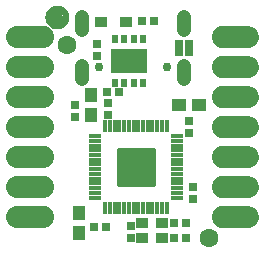
<source format=gbr>
G04 EAGLE Gerber RS-274X export*
G75*
%MOMM*%
%FSLAX34Y34*%
%LPD*%
%INSoldermask Bottom*%
%IPPOS*%
%AMOC8*
5,1,8,0,0,1.08239X$1,22.5*%
G01*
%ADD10C,1.101600*%
%ADD11C,0.469900*%
%ADD12C,1.879600*%
%ADD13C,1.879600*%
%ADD14R,0.501600X0.701600*%
%ADD15R,3.101600X2.101600*%
%ADD16R,0.701600X0.701600*%
%ADD17R,1.101600X1.176600*%
%ADD18C,1.209600*%
%ADD19C,0.751600*%
%ADD20R,0.976600X0.301600*%
%ADD21R,0.301600X0.976600*%
%ADD22C,0.429206*%
%ADD23C,1.601600*%
%ADD24R,1.001600X0.851600*%
%ADD25R,0.736600X1.371600*%
%ADD26R,1.001600X0.901600*%
%ADD27R,1.176600X1.101600*%


D10*
X24892Y196342D03*
D11*
X32392Y196342D02*
X32390Y196523D01*
X32383Y196704D01*
X32372Y196885D01*
X32357Y197066D01*
X32337Y197246D01*
X32313Y197426D01*
X32285Y197605D01*
X32252Y197783D01*
X32215Y197960D01*
X32174Y198137D01*
X32129Y198312D01*
X32079Y198487D01*
X32025Y198660D01*
X31967Y198831D01*
X31905Y199002D01*
X31838Y199170D01*
X31768Y199337D01*
X31694Y199503D01*
X31615Y199666D01*
X31533Y199827D01*
X31447Y199987D01*
X31357Y200144D01*
X31263Y200299D01*
X31166Y200452D01*
X31064Y200602D01*
X30960Y200750D01*
X30851Y200896D01*
X30740Y201038D01*
X30624Y201178D01*
X30506Y201315D01*
X30384Y201450D01*
X30259Y201581D01*
X30131Y201709D01*
X30000Y201834D01*
X29865Y201956D01*
X29728Y202074D01*
X29588Y202190D01*
X29446Y202301D01*
X29300Y202410D01*
X29152Y202514D01*
X29002Y202616D01*
X28849Y202713D01*
X28694Y202807D01*
X28537Y202897D01*
X28377Y202983D01*
X28216Y203065D01*
X28053Y203144D01*
X27887Y203218D01*
X27720Y203288D01*
X27552Y203355D01*
X27381Y203417D01*
X27210Y203475D01*
X27037Y203529D01*
X26862Y203579D01*
X26687Y203624D01*
X26510Y203665D01*
X26333Y203702D01*
X26155Y203735D01*
X25976Y203763D01*
X25796Y203787D01*
X25616Y203807D01*
X25435Y203822D01*
X25254Y203833D01*
X25073Y203840D01*
X24892Y203842D01*
X24711Y203840D01*
X24530Y203833D01*
X24349Y203822D01*
X24168Y203807D01*
X23988Y203787D01*
X23808Y203763D01*
X23629Y203735D01*
X23451Y203702D01*
X23274Y203665D01*
X23097Y203624D01*
X22922Y203579D01*
X22747Y203529D01*
X22574Y203475D01*
X22403Y203417D01*
X22232Y203355D01*
X22064Y203288D01*
X21897Y203218D01*
X21731Y203144D01*
X21568Y203065D01*
X21407Y202983D01*
X21247Y202897D01*
X21090Y202807D01*
X20935Y202713D01*
X20782Y202616D01*
X20632Y202514D01*
X20484Y202410D01*
X20338Y202301D01*
X20196Y202190D01*
X20056Y202074D01*
X19919Y201956D01*
X19784Y201834D01*
X19653Y201709D01*
X19525Y201581D01*
X19400Y201450D01*
X19278Y201315D01*
X19160Y201178D01*
X19044Y201038D01*
X18933Y200896D01*
X18824Y200750D01*
X18720Y200602D01*
X18618Y200452D01*
X18521Y200299D01*
X18427Y200144D01*
X18337Y199987D01*
X18251Y199827D01*
X18169Y199666D01*
X18090Y199503D01*
X18016Y199337D01*
X17946Y199170D01*
X17879Y199002D01*
X17817Y198831D01*
X17759Y198660D01*
X17705Y198487D01*
X17655Y198312D01*
X17610Y198137D01*
X17569Y197960D01*
X17532Y197783D01*
X17499Y197605D01*
X17471Y197426D01*
X17447Y197246D01*
X17427Y197066D01*
X17412Y196885D01*
X17401Y196704D01*
X17394Y196523D01*
X17392Y196342D01*
X17394Y196161D01*
X17401Y195980D01*
X17412Y195799D01*
X17427Y195618D01*
X17447Y195438D01*
X17471Y195258D01*
X17499Y195079D01*
X17532Y194901D01*
X17569Y194724D01*
X17610Y194547D01*
X17655Y194372D01*
X17705Y194197D01*
X17759Y194024D01*
X17817Y193853D01*
X17879Y193682D01*
X17946Y193514D01*
X18016Y193347D01*
X18090Y193181D01*
X18169Y193018D01*
X18251Y192857D01*
X18337Y192697D01*
X18427Y192540D01*
X18521Y192385D01*
X18618Y192232D01*
X18720Y192082D01*
X18824Y191934D01*
X18933Y191788D01*
X19044Y191646D01*
X19160Y191506D01*
X19278Y191369D01*
X19400Y191234D01*
X19525Y191103D01*
X19653Y190975D01*
X19784Y190850D01*
X19919Y190728D01*
X20056Y190610D01*
X20196Y190494D01*
X20338Y190383D01*
X20484Y190274D01*
X20632Y190170D01*
X20782Y190068D01*
X20935Y189971D01*
X21090Y189877D01*
X21247Y189787D01*
X21407Y189701D01*
X21568Y189619D01*
X21731Y189540D01*
X21897Y189466D01*
X22064Y189396D01*
X22232Y189329D01*
X22403Y189267D01*
X22574Y189209D01*
X22747Y189155D01*
X22922Y189105D01*
X23097Y189060D01*
X23274Y189019D01*
X23451Y188982D01*
X23629Y188949D01*
X23808Y188921D01*
X23988Y188897D01*
X24168Y188877D01*
X24349Y188862D01*
X24530Y188851D01*
X24711Y188844D01*
X24892Y188842D01*
X25073Y188844D01*
X25254Y188851D01*
X25435Y188862D01*
X25616Y188877D01*
X25796Y188897D01*
X25976Y188921D01*
X26155Y188949D01*
X26333Y188982D01*
X26510Y189019D01*
X26687Y189060D01*
X26862Y189105D01*
X27037Y189155D01*
X27210Y189209D01*
X27381Y189267D01*
X27552Y189329D01*
X27720Y189396D01*
X27887Y189466D01*
X28053Y189540D01*
X28216Y189619D01*
X28377Y189701D01*
X28537Y189787D01*
X28694Y189877D01*
X28849Y189971D01*
X29002Y190068D01*
X29152Y190170D01*
X29300Y190274D01*
X29446Y190383D01*
X29588Y190494D01*
X29728Y190610D01*
X29865Y190728D01*
X30000Y190850D01*
X30131Y190975D01*
X30259Y191103D01*
X30384Y191234D01*
X30506Y191369D01*
X30624Y191506D01*
X30740Y191646D01*
X30851Y191788D01*
X30960Y191934D01*
X31064Y192082D01*
X31166Y192232D01*
X31263Y192385D01*
X31357Y192540D01*
X31447Y192697D01*
X31533Y192857D01*
X31615Y193018D01*
X31694Y193181D01*
X31768Y193347D01*
X31838Y193514D01*
X31905Y193682D01*
X31967Y193853D01*
X32025Y194024D01*
X32079Y194197D01*
X32129Y194372D01*
X32174Y194547D01*
X32215Y194724D01*
X32252Y194901D01*
X32285Y195079D01*
X32313Y195258D01*
X32337Y195438D01*
X32357Y195618D01*
X32372Y195799D01*
X32383Y195980D01*
X32390Y196161D01*
X32392Y196342D01*
D12*
X12700Y179705D03*
X12700Y154305D03*
X12700Y128905D03*
X12700Y103505D03*
X12700Y78105D03*
X12700Y52705D03*
X12700Y27305D03*
D13*
X8890Y179705D02*
X-8890Y179705D01*
X-8890Y154305D02*
X8890Y154305D01*
X8890Y128905D02*
X-8890Y128905D01*
X-8890Y103505D02*
X8890Y103505D01*
X8890Y78105D02*
X-8890Y78105D01*
X-8890Y52705D02*
X8890Y52705D01*
X8890Y27305D02*
X-8890Y27305D01*
D12*
X165100Y27305D03*
X165100Y52705D03*
X165100Y78105D03*
X165100Y103505D03*
X165100Y128905D03*
X165100Y154305D03*
X165100Y179705D03*
D13*
X168910Y27305D02*
X186690Y27305D01*
X186690Y52705D02*
X168910Y52705D01*
X168910Y78105D02*
X186690Y78105D01*
X186690Y103505D02*
X168910Y103505D01*
X168910Y128905D02*
X186690Y128905D01*
X186690Y154305D02*
X168910Y154305D01*
X168910Y179705D02*
X186690Y179705D01*
D14*
X73725Y177885D03*
X81725Y177885D03*
X89725Y177885D03*
X97725Y177885D03*
X97725Y140885D03*
X89725Y140885D03*
X81725Y140885D03*
X73725Y140885D03*
D15*
X85725Y159385D03*
D16*
X58547Y173863D03*
X58547Y163703D03*
X136779Y98679D03*
X136779Y108839D03*
D17*
X42876Y30802D03*
X42876Y13802D03*
D18*
X132100Y185757D02*
X132100Y196837D01*
X45700Y196837D02*
X45700Y185757D01*
X45700Y155037D02*
X45700Y143957D01*
X132100Y143957D02*
X132100Y155037D01*
D19*
X60000Y154497D03*
X117800Y154497D03*
D20*
X125940Y95977D03*
X125940Y91977D03*
X125940Y87977D03*
X125940Y83977D03*
X125940Y79977D03*
X125940Y75977D03*
X125940Y71977D03*
X125940Y67977D03*
X125940Y63977D03*
X125940Y59977D03*
X125940Y55977D03*
X125940Y51977D03*
X125940Y47977D03*
X125940Y43977D03*
D21*
X117440Y35477D03*
X113440Y35477D03*
X109440Y35477D03*
X105440Y35477D03*
X101440Y35477D03*
X97440Y35477D03*
X93440Y35477D03*
X89440Y35477D03*
X85440Y35477D03*
X81440Y35477D03*
X77440Y35477D03*
X73440Y35477D03*
X69440Y35477D03*
X65440Y35477D03*
D20*
X56940Y43977D03*
X56940Y47977D03*
X56940Y51977D03*
X56940Y55977D03*
X56940Y59977D03*
X56940Y63977D03*
X56940Y67977D03*
X56940Y71977D03*
X56940Y75977D03*
X56940Y79977D03*
X56940Y83977D03*
X56940Y87977D03*
X56940Y91977D03*
X56940Y95977D03*
D21*
X65440Y104477D03*
X69440Y104477D03*
X73440Y104477D03*
X77440Y104477D03*
X81440Y104477D03*
X85440Y104477D03*
X89440Y104477D03*
X93440Y104477D03*
X97440Y104477D03*
X101440Y104477D03*
X105440Y104477D03*
X109440Y104477D03*
X113440Y104477D03*
X117440Y104477D03*
D22*
X105802Y84339D02*
X77078Y84339D01*
X105802Y84339D02*
X105802Y55615D01*
X77078Y55615D01*
X77078Y84339D01*
X77078Y59692D02*
X105802Y59692D01*
X105802Y63769D02*
X77078Y63769D01*
X77078Y67846D02*
X105802Y67846D01*
X105802Y71923D02*
X77078Y71923D01*
X77078Y76000D02*
X105802Y76000D01*
X105802Y80077D02*
X77078Y80077D01*
X77078Y84154D02*
X105802Y84154D01*
D16*
X55880Y18796D03*
X66040Y18796D03*
X67691Y123698D03*
X67691Y113538D03*
D17*
X53721Y113801D03*
X53721Y130801D03*
D16*
X76835Y132969D03*
X66675Y132969D03*
X39497Y112395D03*
X39497Y122555D03*
X139954Y52832D03*
X139954Y42672D03*
X106426Y193294D03*
X96266Y193294D03*
D23*
X33401Y173101D03*
X153416Y10160D03*
D24*
X113279Y9879D03*
X96779Y9879D03*
X96779Y22379D03*
X113279Y22379D03*
D16*
X133985Y22860D03*
X123825Y22860D03*
X133985Y9525D03*
X123825Y9525D03*
X86995Y10160D03*
X86995Y20320D03*
D25*
X136580Y170815D03*
X127580Y170815D03*
D26*
X61944Y192278D03*
X83344Y192278D03*
D27*
X127644Y122047D03*
X144644Y122047D03*
M02*

</source>
